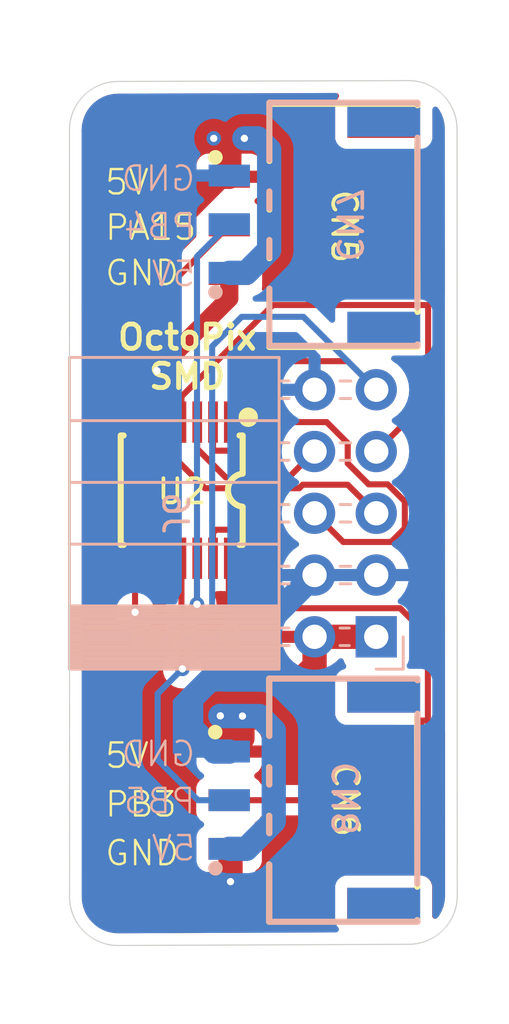
<source format=kicad_pcb>
(kicad_pcb (version 20240108) (generator "pcbnew") (generator_version "8.0")
  (layers (0 "F.Cu" signal) (31 "B.Cu" signal) (34 "B.Paste" user) (35 "F.Paste" user) (36 "B.SilkS" user "B.Silkscreen") (37 "F.SilkS" user "F.Silkscreen") (38 "B.Mask" user) (39 "F.Mask" user) (44 "Edge.Cuts" user))
  (net 0 "")
  (net 1 "GND")
  (net 2 "PB4")
  (net 3 "+5V")
  (net 4 "PA15")
  (net 5 "PB3")
  (net 6 "PB5")
  (net 7 "PB3_{5V}")
  (net 8 "PB4_{5V}")
  (net 9 "PB5_{5V}")
  (net 10 "PA15_{5V}")
  (net 11 "+3V3")
  (footprint "easyeda:TSSOP-14_L5.0-W4.4-P0.65-LS6.4-BL" (layer "F.Cu") (at 89.46 48.33 180)
    (property "Reference" "U2" (at -0.02 -0.05 180) (layer "F.SilkS"))
    (property "Value" "TXS0104EPWR")
    (fp_line (start 2.5 2.25) (end 2.38 2.25) (stroke (width 0.25)) (layer "F.SilkS"))
    (fp_line (start 2.5 -2.25) (end 2.5 2.25) (stroke (width 0.25)) (layer "F.SilkS"))
    (fp_line (start 2.38 -2.25) (end 2.5 -2.25) (stroke (width 0.25)) (layer "F.SilkS"))
    (fp_line (start -2.39 2.25) (end -2.5 2.25) (stroke (width 0.25)) (layer "F.SilkS"))
    (fp_line (start -2.5 -2.25) (end -2.39 -2.25) (stroke (width 0.25)) (layer "F.SilkS"))
    (fp_line (start -2.52 1.6) (end -2.52 2.25) (stroke (width 0.25)) (layer "F.SilkS"))
    (fp_line (start -2.52 1.6) (end -2.52 0.68) (stroke (width 0.25)) (layer "F.SilkS"))
    (fp_line (start -2.52 -0.69) (end -2.52 -1.6) (stroke (width 0.25)) (layer "F.SilkS"))
    (fp_line (start -2.52 -1.6) (end -2.52 -2.25) (stroke (width 0.25)) (layer "F.SilkS"))
    (fp_arc (start -2.515488 -0.679454) (mid -1.915314 0.002272) (end -2.52 0.68) (stroke (width 0.25)) (layer "F.SilkS"))
    (fp_circle (center -2.75 3) (end -2.55 3) (stroke (width 0.4)) (fill none) (layer "F.SilkS"))
    (pad "1" smd rect (at -1.95 2.8 180) (size 0.4 1.7) (layers "F.Cu" "F.Paste" "F.Mask") (net 11 "+3V3"))
    (pad "2" smd rect (at -1.3 2.8 180) (size 0.4 1.7) (layers "F.Cu" "F.Paste" "F.Mask") (net 5 "PB3"))
    (pad "3" smd rect (at -0.65 2.8 180) (size 0.4 1.7) (layers "F.Cu" "F.Paste" "F.Mask") (net 2 "PB4"))
    (pad "4" smd rect (at 0 2.8 180) (size 0.4 1.7) (layers "F.Cu" "F.Paste" "F.Mask") (net 6 "PB5"))
    (pad "5" smd rect (at 0.65 2.8 180) (size 0.4 1.7) (layers "F.Cu" "F.Paste" "F.Mask") (net 4 "PA15"))
    (pad "6" smd rect (at 1.3 2.8 180) (size 0.4 1.7) (layers "F.Cu" "F.Paste" "F.Mask"))
    (pad "7" smd rect (at 1.95 2.8 180) (size 0.4 1.7) (layers "F.Cu" "F.Paste" "F.Mask") (net 1 "GND"))
    (pad "8" smd rect (at 1.95 -2.8 180) (size 0.4 1.7) (layers "F.Cu" "F.Paste" "F.Mask") (net 11 "+3V3"))
    (pad "9" smd rect (at 1.3 -2.8 180) (size 0.4 1.7) (layers "F.Cu" "F.Paste" "F.Mask"))
    (pad "10" smd rect (at 0.65 -2.8 180) (size 0.4 1.7) (layers "F.Cu" "F.Paste" "F.Mask") (net 10 "PA15_{5V}"))
    (pad "11" smd rect (at 0 -2.8 180) (size 0.4 1.7) (layers "F.Cu" "F.Paste" "F.Mask") (net 9 "PB5_{5V}"))
    (pad "12" smd rect (at -0.65 -2.8 180) (size 0.4 1.7) (layers "F.Cu" "F.Paste" "F.Mask") (net 8 "PB4_{5V}"))
    (pad "13" smd rect (at -1.3 -2.8 180) (size 0.4 1.7) (layers "F.Cu" "F.Paste" "F.Mask") (net 7 "PB3_{5V}"))
    (pad "14" smd rect (at -1.95 -2.8 180) (size 0.4 1.7) (layers "F.Cu" "F.Paste" "F.Mask") (net 3 "+5V"))
  )
  (footprint "easyeda:CONN-TH_PH-3PWB" (layer "F.Cu") (at 94.61 37.44 -90)
    (property "Reference" "CN5" (at 0.04 -1.55 -90) (layer "F.SilkS"))
    (property "Value" "PH2.0-3PWB Horizontal")
    (fp_line (start -5 1.53) (end -5 -4.57) (stroke (width 0.25)) (layer "F.SilkS"))
    (fp_line (start -2.65 1.53) (end -5 1.53) (stroke (width 0.25)) (layer "F.SilkS"))
    (fp_line (start -0.65 1.53) (end -1.36 1.53) (stroke (width 0.25)) (layer "F.SilkS"))
    (fp_line (start 1.35 1.53) (end 0.64 1.53) (stroke (width 0.25)) (layer "F.SilkS"))
    (fp_line (start 5 1.53) (end 2.64 1.53) (stroke (width 0.25)) (layer "F.SilkS"))
    (fp_line (start -3.43 -4.56) (end 3.56 -4.57) (stroke (width 0.25)) (layer "F.SilkS"))
    (fp_line (start -5 -4.57) (end -4.94 -4.57) (stroke (width 0.25)) (layer "F.SilkS"))
    (fp_line (start 4.93 -4.57) (end 5 -4.57) (stroke (width 0.25)) (layer "F.SilkS"))
    (fp_line (start 5 -4.57) (end 5 1.53) (stroke (width 0.25)) (layer "F.SilkS"))
    (fp_circle (center -2.8 3.75) (end -2.65 3.75) (stroke (width 0.3)) (fill none) (layer "F.SilkS"))
    (pad "0" smd rect (at -4.25 -3.18 270) (size 1.3 3) (layers "F.Cu" "F.Paste" "F.Mask"))
    (pad "0" smd rect (at 4.25 -3.18 270) (size 1.3 3) (layers "F.Cu" "F.Paste" "F.Mask"))
    (pad "1" smd rect (at -2 3.18 270) (size 0.9 1.7) (layers "F.Cu" "F.Paste" "F.Mask") (net 3 "+5V"))
    (pad "2" smd rect (at 0 3.18 270) (size 0.9 1.7) (layers "F.Cu" "F.Paste" "F.Mask") (net 10 "PA15_{5V}"))
    (pad "3" smd rect (at 2 3.18 270) (size 0.9 1.7) (layers "F.Cu" "F.Paste" "F.Mask") (net 1 "GND"))
  )
  (footprint "easyeda:CONN-TH_PH-3PWB" (layer "F.Cu") (at 94.6 61.08 -90)
    (property "Reference" "CN6" (at 0 -1.63 -90) (layer "F.SilkS"))
    (property "Value" "PH2.0-3PWB Horizontal")
    (fp_line (start -5 1.53) (end -5 -4.57) (stroke (width 0.25)) (layer "F.SilkS"))
    (fp_line (start -2.65 1.53) (end -5 1.53) (stroke (width 0.25)) (layer "F.SilkS"))
    (fp_line (start -0.65 1.53) (end -1.36 1.53) (stroke (width 0.25)) (layer "F.SilkS"))
    (fp_line (start 1.35 1.53) (end 0.64 1.53) (stroke (width 0.25)) (layer "F.SilkS"))
    (fp_line (start 5 1.53) (end 2.64 1.53) (stroke (width 0.25)) (layer "F.SilkS"))
    (fp_line (start -3.43 -4.56) (end 3.56 -4.57) (stroke (width 0.25)) (layer "F.SilkS"))
    (fp_line (start -5 -4.57) (end -4.94 -4.57) (stroke (width 0.25)) (layer "F.SilkS"))
    (fp_line (start 4.93 -4.57) (end 5 -4.57) (stroke (width 0.25)) (layer "F.SilkS"))
    (fp_line (start 5 -4.57) (end 5 1.53) (stroke (width 0.25)) (layer "F.SilkS"))
    (fp_circle (center -2.8 3.75) (end -2.65 3.75) (stroke (width 0.3)) (fill none) (layer "F.SilkS"))
    (pad "0" smd rect (at -4.25 -3.18 270) (size 1.3 3) (layers "F.Cu" "F.Paste" "F.Mask"))
    (pad "0" smd rect (at 4.25 -3.18 270) (size 1.3 3) (layers "F.Cu" "F.Paste" "F.Mask"))
    (pad "1" smd rect (at -2 3.18 270) (size 0.9 1.7) (layers "F.Cu" "F.Paste" "F.Mask") (net 3 "+5V"))
    (pad "2" smd rect (at 0 3.18 270) (size 0.9 1.7) (layers "F.Cu" "F.Paste" "F.Mask") (net 7 "PB3_{5V}"))
    (pad "3" smd rect (at 2 3.18 270) (size 0.9 1.7) (layers "F.Cu" "F.Paste" "F.Mask") (net 1 "GND"))
  )
  (footprint "easyeda:CONN-TH_PH-3PWB" (layer "B.Cu") (at 94.61 37.39 90)
    (property "Reference" "CN7" (at -0.03 1.75 -90) (layer "B.SilkS") (effects (justify mirror)))
    (property "Value" "PH2.0-3PWB Horizontal")
    (fp_line (start 5 -1.53) (end 5 4.57) (stroke (width 0.25)) (layer "B.SilkS"))
    (fp_line (start 2.64 -1.53) (end 5 -1.53) (stroke (width 0.25)) (layer "B.SilkS"))
    (fp_line (start 0.64 -1.53) (end 1.35 -1.53) (stroke (width 0.25)) (layer "B.SilkS"))
    (fp_line (start -1.36 -1.53) (end -0.65 -1.53) (stroke (width 0.25)) (layer "B.SilkS"))
    (fp_line (start -5 -1.53) (end -2.65 -1.53) (stroke (width 0.25)) (layer "B.SilkS"))
    (fp_line (start 5 4.57) (end 4.93 4.57) (stroke (width 0.25)) (layer "B.SilkS"))
    (fp_line (start 3.56 4.57) (end -3.43 4.56) (stroke (width 0.25)) (layer "B.SilkS"))
    (fp_line (start -4.94 4.57) (end -5 4.57) (stroke (width 0.25)) (layer "B.SilkS"))
    (fp_line (start -5 4.57) (end -5 -1.53) (stroke (width 0.25)) (layer "B.SilkS"))
    (fp_circle (center -2.8 -3.75) (end -2.65 -3.75) (stroke (width 0.3)) (fill none) (layer "B.SilkS"))
    (pad "0" smd rect (at -4.25 3.18 90) (size 1.3 3) (layers "B.Cu" "B.Paste" "B.Mask"))
    (pad "0" smd rect (at 4.25 3.18 90) (size 1.3 3) (layers "B.Cu" "B.Paste" "B.Mask"))
    (pad "1" smd rect (at -2 -3.18 90) (size 0.9 1.7) (layers "B.Cu" "B.Paste" "B.Mask") (net 3 "+5V"))
    (pad "2" smd rect (at 0 -3.18 90) (size 0.9 1.7) (layers "B.Cu" "B.Paste" "B.Mask") (net 8 "PB4_{5V}"))
    (pad "3" smd rect (at 2 -3.18 90) (size 0.9 1.7) (layers "B.Cu" "B.Paste" "B.Mask") (net 1 "GND"))
  )
  (footprint "easyeda:CONN-TH_PH-3PWB" (layer "B.Cu") (at 94.61 61.08 90)
    (property "Reference" "CN8" (at 0.08 1.64 90) (layer "B.SilkS") (effects (justify mirror)))
    (property "Value" "PH2.0-3PWB Horizontal")
    (fp_line (start 5 -1.53) (end 5 4.57) (stroke (width 0.25)) (layer "B.SilkS"))
    (fp_line (start 2.64 -1.53) (end 5 -1.53) (stroke (width 0.25)) (layer "B.SilkS"))
    (fp_line (start 0.64 -1.53) (end 1.35 -1.53) (stroke (width 0.25)) (layer "B.SilkS"))
    (fp_line (start -1.36 -1.53) (end -0.65 -1.53) (stroke (width 0.25)) (layer "B.SilkS"))
    (fp_line (start -5 -1.53) (end -2.65 -1.53) (stroke (width 0.25)) (layer "B.SilkS"))
    (fp_line (start 5 4.57) (end 4.93 4.57) (stroke (width 0.25)) (layer "B.SilkS"))
    (fp_line (start 3.56 4.57) (end -3.43 4.56) (stroke (width 0.25)) (layer "B.SilkS"))
    (fp_line (start -4.94 4.57) (end -5 4.57) (stroke (width 0.25)) (layer "B.SilkS"))
    (fp_line (start -5 4.57) (end -5 -1.53) (stroke (width 0.25)) (layer "B.SilkS"))
    (fp_circle (center -2.8 -3.75) (end -2.65 -3.75) (stroke (width 0.3)) (fill none) (layer "B.SilkS"))
    (pad "0" smd rect (at -4.25 3.18 90) (size 1.3 3) (layers "B.Cu" "B.Paste" "B.Mask"))
    (pad "0" smd rect (at 4.25 3.18 90) (size 1.3 3) (layers "B.Cu" "B.Paste" "B.Mask"))
    (pad "1" smd rect (at -2 -3.18 90) (size 0.9 1.7) (layers "B.Cu" "B.Paste" "B.Mask") (net 3 "+5V"))
    (pad "2" smd rect (at 0 -3.18 90) (size 0.9 1.7) (layers "B.Cu" "B.Paste" "B.Mask") (net 9 "PB5_{5V}"))
    (pad "3" smd rect (at 2 -3.18 90) (size 0.9 1.7) (layers "B.Cu" "B.Paste" "B.Mask") (net 1 "GND"))
  )
  (footprint "Connector_PinSocket_2.54mm:PinSocket_2x05_P2.54mm_Horizontal" (layer "B.Cu") (at 97.48 54.36)
    (property "Reference" "J6" (at -8.28 -5.08 -90) (layer "B.SilkS") (effects (justify mirror)))
    (property "Value" "Octopus SPI3")
    (fp_line (start -12.63 -11.49) (end -12.63 1.33) (stroke (width 0.12)) (layer "B.SilkS"))
    (fp_line (start -4 -11.49) (end -12.63 -11.49) (stroke (width 0.12)) (layer "B.SilkS"))
    (fp_line (start -4 -11.49) (end -4 1.33) (stroke (width 0.12)) (layer "B.SilkS"))
    (fp_line (start -4 -8.89) (end -12.63 -8.89) (stroke (width 0.12)) (layer "B.SilkS"))
    (fp_line (start -4 -6.35) (end -12.63 -6.35) (stroke (width 0.12)) (layer "B.SilkS"))
    (fp_line (start -4 -3.81) (end -12.63 -3.81) (stroke (width 0.12)) (layer "B.SilkS"))
    (fp_line (start -4 -1.27) (end -12.63 -1.27) (stroke (width 0.12)) (layer "B.SilkS"))
    (fp_line (start -4 -1.1519) (end -12.63 -1.1519) (stroke (width 0.12)) (layer "B.SilkS"))
    (fp_line (start -4 -1.033805) (end -12.63 -1.033805) (stroke (width 0.12)) (layer "B.SilkS"))
    (fp_line (start -4 -0.91571) (end -12.63 -0.91571) (stroke (width 0.12)) (layer "B.SilkS"))
    (fp_line (start -4 -0.797615) (end -12.63 -0.797615) (stroke (width 0.12)) (layer "B.SilkS"))
    (fp_line (start -4 -0.67952) (end -12.63 -0.67952) (stroke (width 0.12)) (layer "B.SilkS"))
    (fp_line (start -4 -0.561425) (end -12.63 -0.561425) (stroke (width 0.12)) (layer "B.SilkS"))
    (fp_line (start -4 -0.44333) (end -12.63 -0.44333) (stroke (width 0.12)) (layer "B.SilkS"))
    (fp_line (start -4 -0.325235) (end -12.63 -0.325235) (stroke (width 0.12)) (layer "B.SilkS"))
    (fp_line (start -4 -0.20714) (end -12.63 -0.20714) (stroke (width 0.12)) (layer "B.SilkS"))
    (fp_line (start -4 -0.089045) (end -12.63 -0.089045) (stroke (width 0.12)) (layer "B.SilkS"))
    (fp_line (start -4 0.02905) (end -12.63 0.02905) (stroke (width 0.12)) (layer "B.SilkS"))
    (fp_line (start -4 0.147145) (end -12.63 0.147145) (stroke (width 0.12)) (layer "B.SilkS"))
    (fp_line (start -4 0.26524) (end -12.63 0.26524) (stroke (width 0.12)) (layer "B.SilkS"))
    (fp_line (start -4 0.383335) (end -12.63 0.383335) (stroke (width 0.12)) (layer "B.SilkS"))
    (fp_line (start -4 0.50143) (end -12.63 0.50143) (stroke (width 0.12)) (layer "B.SilkS"))
    (fp_line (start -4 0.619525) (end -12.63 0.619525) (stroke (width 0.12)) (layer "B.SilkS"))
    (fp_line (start -4 0.73762) (end -12.63 0.73762) (stroke (width 0.12)) (layer "B.SilkS"))
    (fp_line (start -4 0.855715) (end -12.63 0.855715) (stroke (width 0.12)) (layer "B.SilkS"))
    (fp_line (start -4 0.97381) (end -12.63 0.97381) (stroke (width 0.12)) (layer "B.SilkS"))
    (fp_line (start -4 1.091905) (end -12.63 1.091905) (stroke (width 0.12)) (layer "B.SilkS"))
    (fp_line (start -4 1.21) (end -12.63 1.21) (stroke (width 0.12)) (layer "B.SilkS"))
    (fp_line (start -4 1.33) (end -12.63 1.33) (stroke (width 0.12)) (layer "B.SilkS"))
    (fp_line (start -3.59 -10.52) (end -4 -10.52) (stroke (width 0.12)) (layer "B.SilkS"))
    (fp_line (start -3.59 -9.8) (end -4 -9.8) (stroke (width 0.12)) (layer "B.SilkS"))
    (fp_line (start -3.59 -7.98) (end -4 -7.98) (stroke (width 0.12)) (layer "B.SilkS"))
    (fp_line (start -3.59 -7.26) (end -4 -7.26) (stroke (width 0.12)) (layer "B.SilkS"))
    (fp_line (start -3.59 -5.44) (end -4 -5.44) (stroke (width 0.12)) (layer "B.SilkS"))
    (fp_line (start -3.59 -4.72) (end -4 -4.72) (stroke (width 0.12)) (layer "B.SilkS"))
    (fp_line (start -3.59 -2.9) (end -4 -2.9) (stroke (width 0.12)) (layer "B.SilkS"))
    (fp_line (start -3.59 -2.18) (end -4 -2.18) (stroke (width 0.12)) (layer "B.SilkS"))
    (fp_line (start -3.59 -0.36) (end -4 -0.36) (stroke (width 0.12)) (layer "B.SilkS"))
    (fp_line (start -3.59 0.36) (end -4 0.36) (stroke (width 0.12)) (layer "B.SilkS"))
    (fp_line (start -1.11 -0.36) (end -1.49 -0.36) (stroke (width 0.12)) (layer "B.SilkS"))
    (fp_line (start -1.11 0.36) (end -1.49 0.36) (stroke (width 0.12)) (layer "B.SilkS"))
    (fp_line (start -1.05 -10.52) (end -1.49 -10.52) (stroke (width 0.12)) (layer "B.SilkS"))
    (fp_line (start -1.05 -9.8) (end -1.49 -9.8) (stroke (width 0.12)) (layer "B.SilkS"))
    (fp_line (start -1.05 -7.98) (end -1.49 -7.98) (stroke (width 0.12)) (layer "B.SilkS"))
    (fp_line (start -1.05 -7.26) (end -1.49 -7.26) (stroke (width 0.12)) (layer "B.SilkS"))
    (fp_line (start -1.05 -5.44) (end -1.49 -5.44) (stroke (width 0.12)) (layer "B.SilkS"))
    (fp_line (start -1.05 -4.72) (end -1.49 -4.72) (stroke (width 0.12)) (layer "B.SilkS"))
    (fp_line (start -1.05 -2.9) (end -1.49 -2.9) (stroke (width 0.12)) (layer "B.SilkS"))
    (fp_line (start -1.05 -2.18) (end -1.49 -2.18) (stroke (width 0.12)) (layer "B.SilkS"))
    (fp_line (start 1.11 0) (end 1.11 1.33) (stroke (width 0.12)) (layer "B.SilkS"))
    (fp_line (start 1.11 1.33) (end 0 1.33) (stroke (width 0.12)) (layer "B.SilkS"))
    (pad "1" thru_hole rect (at 0 0) (size 1.7 1.7) (drill 1) (layers "*.Cu" "*.Mask") (net 3 "+5V"))
    (pad "2" thru_hole oval (at -2.54 0) (size 1.7 1.7) (drill 1) (layers "*.Cu" "*.Mask") (net 3 "+5V"))
    (pad "3" thru_hole oval (at 0 -2.54) (size 1.7 1.7) (drill 1) (layers "*.Cu" "*.Mask") (net 1 "GND"))
    (pad "4" thru_hole oval (at -2.54 -2.54) (size 1.7 1.7) (drill 1) (layers "*.Cu" "*.Mask") (net 1 "GND"))
    (pad "5" thru_hole oval (at 0 -5.08) (size 1.7 1.7) (drill 1) (layers "*.Cu" "*.Mask") (net 4 "PA15"))
    (pad "6" thru_hole oval (at -2.54 -5.08) (size 1.7 1.7) (drill 1) (layers "*.Cu" "*.Mask") (net 5 "PB3"))
    (pad "7" thru_hole oval (at 0 -7.62) (size 1.7 1.7) (drill 1) (layers "*.Cu" "*.Mask") (net 6 "PB5"))
    (pad "8" thru_hole oval (at -2.54 -7.62) (size 1.7 1.7) (drill 1) (layers "*.Cu" "*.Mask") (net 2 "PB4"))
    (pad "9" thru_hole oval (at 0 -10.16) (size 1.7 1.7) (drill 1) (layers "*.Cu" "*.Mask") (net 11 "+3V3"))
    (pad "10" thru_hole oval (at -2.54 -10.16) (size 1.7 1.7) (drill 1) (layers "*.Cu" "*.Mask") (net 1 "GND"))
  )
  (gr_line (start 100.805782 33.484218) (end 100.815782 65.00579) (stroke (width 0.05)) (layer "Edge.Cuts"))
  (gr_arc (start 86.854214 67.055786) (mid 85.44 66.47) (end 84.854214 65.055786) (stroke (width 0.05)) (layer "Edge.Cuts"))
  (gr_arc (start 100.815782 65.00579) (mid 100.23 66.420008) (end 98.815782 67.00579) (stroke (width 0.05)) (layer "Edge.Cuts"))
  (gr_arc (start 98.805782 31.484218) (mid 100.22 32.07) (end 100.805782 33.484218) (stroke (width 0.05)) (layer "Edge.Cuts"))
  (gr_line (start 84.854214 65.055786) (end 84.85 33.52) (stroke (width 0.05)) (layer "Edge.Cuts"))
  (gr_line (start 86.85 31.52) (end 98.805782 31.484218) (stroke (width 0.05)) (layer "Edge.Cuts"))
  (gr_arc (start 84.85 33.52) (mid 85.435786 32.105786) (end 86.85 31.52) (stroke (width 0.05)) (layer "Edge.Cuts"))
  (gr_line (start 98.815782 67.00579) (end 86.854214 67.055786) (stroke (width 0.05)) (layer "Edge.Cuts"))
  (gr_text "PB4" (at 90.1 38.06 0) (layer "B.SilkS") (effects (font (size 1 1) (thickness 0.1)) (justify left bottom mirror)))
  (gr_text "GND" (at 90.1 59.76 0) (layer "B.SilkS") (effects (font (size 1 1) (thickness 0.1)) (justify left bottom mirror)))
  (gr_text "PB5" (at 90.1 61.7 0) (layer "B.SilkS") (effects (font (size 1 1) (thickness 0.1)) (justify left bottom mirror)))
  (gr_text "GND" (at 90.1 36.1 0) (layer "B.SilkS") (effects (font (size 1 1) (thickness 0.1)) (justify left bottom mirror)))
  (gr_text "5V" (at 90.1 40.02 0) (layer "B.SilkS") (effects (font (size 1 1) (thickness 0.1)) (justify left bottom mirror)))
  (gr_text "5V" (at 90.1 63.64 0) (layer "B.SilkS") (effects (font (size 1 1) (thickness 0.1)) (justify left bottom mirror)))
  (gr_text "PB3" (at 86.25 61.835 0) (layer "F.SilkS") (effects (font (size 1 1) (thickness 0.1)) (justify left bottom)))
  (gr_text "OctoPix\nSMD" (at 89.7 44.24 0) (layer "F.SilkS") (effects (font (size 1 1) (thickness 0.2) (bold yes)) (justify bottom)))
  (gr_text "GND" (at 86.25 63.84 -0) (layer "F.SilkS") (effects (font (size 1 1) (thickness 0.1)) (justify left bottom)))
  (gr_text "PA15" (at 86.25 38.115 -0) (layer "F.SilkS") (effects (font (size 1 1) (thickness 0.1)) (justify left bottom)))
  (gr_text "5V" (at 86.25 36.25 -0) (layer "F.SilkS") (effects (font (size 1 1) (thickness 0.1)) (justify left bottom)))
  (gr_text "rev1.0" (at 87.190476 54.92 0) (layer "F.SilkS") (effects (font (size 1 1) (thickness 0.2) (bold yes)) (justify left bottom)))
  (gr_text "5V" (at 86.25 59.83 -0) (layer "F.SilkS") (effects (font (size 1 1) (thickness 0.1)) (justify left bottom)))
  (gr_text "GND" (at 86.25 39.98 -0) (layer "F.SilkS") (effects (font (size 1 1) (thickness 0.1)) (justify left bottom)))
  (segment (start 87.51 45.53) (end 87.51 44.36) (width 0.25) (layer "F.Cu") (net 1))
  (segment (start 91.48 63.14) (end 91.42 63.08) (width 1) (layer "F.Cu") (net 1))
  (segment (start 91.43 40.44) (end 88.45 43.42) (width 0.75) (layer "F.Cu") (net 1))
  (segment (start 91.43 39.44) (end 91.43 40.44) (width 0.75) (layer "F.Cu") (net 1))
  (segment (start 91.48 64.43) (end 91.48 63.14) (width 1) (layer "F.Cu") (net 1))
  (segment (start 87.51 44.36) (end 88.45 43.42) (width 0.25) (layer "F.Cu") (net 1))
  (via (at 88.45 43.42) (size 0.6) (drill 0.3) (layers "F.Cu" "B.Cu") (net 1))
  (via (at 91.48 64.43) (size 0.6) (drill 0.3) (layers "F.Cu" "B.Cu") (net 1))
  (segment (start 89.86 56.9) (end 94.94 51.82) (width 1) (layer "B.Cu") (net 1))
  (segment (start 90.832944 59.08) (end 89.86 58.107056) (width 1) (layer "B.Cu") (net 1))
  (segment (start 89.86 58.107056) (end 89.86 56.9) (width 1) (layer "B.Cu") (net 1))
  (segment (start 91.43 59.08) (end 90.832944 59.08) (width 1) (layer "B.Cu") (net 1))
  (segment (start 93.88 47.8) (end 91.28 47.8) (width 0.25) (layer "F.Cu") (net 2))
  (segment (start 90.11 46.63) (end 90.11 45.53) (width 0.25) (layer "F.Cu") (net 2))
  (segment (start 91.28 47.8) (end 90.11 46.63) (width 0.25) (layer "F.Cu") (net 2))
  (segment (start 94.94 46.74) (end 93.88 47.8) (width 0.25) (layer "F.Cu") (net 2))
  (segment (start 91.43 35.44) (end 91.43 34.5) (width 1) (layer "F.Cu") (net 3))
  (segment (start 85.852725 53.912725) (end 85.852687 53.629973) (width 1) (layer "F.Cu") (net 3))
  (segment (start 91.41 51.13) (end 91.41 53.19) (width 0.25) (layer "F.Cu") (net 3))
  (segment (start 85.852687 53.629973) (end 85.852686 53.61998) (width 1) (layer "F.Cu") (net 3))
  (segment (start 91.97 57.62) (end 91.97 58.53) (width 1) (layer "F.Cu") (net 3))
  (segment (start 91.42 59.08) (end 91.42 57.97) (width 1) (layer "F.Cu") (net 3))
  (segment (start 85.852686 53.61998) (end 85.852686 40.617314) (width 1) (layer "F.Cu") (net 3))
  (segment (start 90.79 33.86) (end 92.05 33.86) (width 1) (layer "F.Cu") (net 3))
  (segment (start 91.06 57.61) (end 89.55 57.61) (width 1) (layer "F.Cu") (net 3))
  (segment (start 89.55 57.61) (end 85.852725 53.912725) (width 1) (layer "F.Cu") (net 3))
  (segment (start 92.58 54.36) (end 94.94 54.36) (width 0.25) (layer "F.Cu") (net 3))
  (segment (start 94.94 54.36) (end 94.94 55.56) (width 1) (layer "F.Cu") (net 3))
  (segment (start 92.88 57.62) (end 91.97 57.62) (width 1) (layer "F.Cu") (net 3))
  (segment (start 85.852686 40.617314) (end 91.03 35.44) (width 1) (layer "F.Cu") (net 3))
  (segment (start 91.03 35.44) (end 91.43 35.44) (width 1) (layer "F.Cu") (net 3))
  (segment (start 91.43 34.5) (end 90.79 33.86) (width 1) (layer "F.Cu") (net 3))
  (segment (start 91.42 57.97) (end 91.06 57.61) (width 1) (layer "F.Cu") (net 3))
  (segment (start 91.41 53.19) (end 92.58 54.36) (width 0.25) (layer "F.Cu") (net 3))
  (segment (start 97.48 54.36) (end 94.94 54.36) (width 1) (layer "F.Cu") (net 3))
  (segment (start 91.97 58.53) (end 91.42 59.08) (width 1) (layer "F.Cu") (net 3))
  (segment (start 94.94 55.56) (end 92.88 57.62) (width 1) (layer "F.Cu") (net 3))
  (via (at 92.05 33.86) (size 0.6) (drill 0.3) (layers "F.Cu" "B.Cu") (net 3))
  (via (at 90.79 33.86) (size 0.6) (drill 0.3) (layers "F.Cu" "B.Cu") (net 3))
  (via (at 91.97 57.62) (size 0.6) (drill 0.3) (layers "F.Cu" "B.Cu") (net 3))
  (via (at 91.06 57.61) (size 0.6) (drill 0.3) (layers "F.Cu" "B.Cu") (net 3))
  (segment (start 93.07 38.45) (end 92.13 39.39) (width 1) (layer "B.Cu") (net 3))
  (segment (start 92.67 57.62) (end 93.26 58.21) (width 1) (layer "B.Cu") (net 3))
  (segment (start 92.13 39.39) (end 91.43 39.39) (width 1) (layer "B.Cu") (net 3))
  (segment (start 91.07 57.62) (end 91.06 57.61) (width 1) (layer "B.Cu") (net 3))
  (segment (start 93.26 61.95) (end 92.13 63.08) (width 1) (layer "B.Cu") (net 3))
  (segment (start 93.26 58.21) (end 93.26 61.95) (width 1) (layer "B.Cu") (net 3))
  (segment (start 92.6 33.86) (end 93.07 34.33) (width 1) (layer "B.Cu") (net 3))
  (segment (start 92.13 63.08) (end 91.43 63.08) (width 1) (layer "B.Cu") (net 3))
  (segment (start 91.97 57.62) (end 91.07 57.62) (width 1) (layer "B.Cu") (net 3))
  (segment (start 92.05 33.86) (end 92.6 33.86) (width 1) (layer "B.Cu") (net 3))
  (segment (start 93.07 34.33) (end 93.07 38.45) (width 1) (layer "B.Cu") (net 3))
  (segment (start 91.97 57.62) (end 92.67 57.62) (width 1) (layer "B.Cu") (net 3))
  (segment (start 96.305 48.105) (end 97.48 49.28) (width 0.25) (layer "F.Cu") (net 4))
  (segment (start 88.81 45.53) (end 88.81 46.63) (width 0.25) (layer "F.Cu") (net 4))
  (segment (start 94.308299 48.25) (end 94.453299 48.105) (width 0.25) (layer "F.Cu") (net 4))
  (segment (start 90.43 48.25) (end 94.308299 48.25) (width 0.25) (layer "F.Cu") (net 4))
  (segment (start 88.81 46.63) (end 90.43 48.25) (width 0.25) (layer "F.Cu") (net 4))
  (segment (start 94.453299 48.105) (end 96.305 48.105) (width 0.25) (layer "F.Cu") (net 4))
  (segment (start 97.951701 48.09) (end 98.655 48.793299) (width 0.25) (layer "F.Cu") (net 5))
  (segment (start 96.305 46.395) (end 96.305 47.226701) (width 0.25) (layer "F.Cu") (net 5))
  (segment (start 90.76 46.63) (end 90.835 46.705) (width 0.25) (layer "F.Cu") (net 5))
  (segment (start 96.305 47.226701) (end 97.168299 48.09) (width 0.25) (layer "F.Cu") (net 5))
  (segment (start 96.12 50.46) (end 94.94 49.28) (width 0.25) (layer "F.Cu") (net 5))
  (segment (start 93.11 45.53) (end 95.44 45.53) (width 0.25) (layer "F.Cu") (net 5))
  (segment (start 98.09 50.46) (end 96.12 50.46) (width 0.25) (layer "F.Cu") (net 5))
  (segment (start 90.76 45.53) (end 90.76 46.63) (width 0.25) (layer "F.Cu") (net 5))
  (segment (start 90.835 46.705) (end 91.935 46.705) (width 0.25) (layer "F.Cu") (net 5))
  (segment (start 97.168299 48.09) (end 97.951701 48.09) (width 0.25) (layer "F.Cu") (net 5))
  (segment (start 95.44 45.53) (end 96.305 46.395) (width 0.25) (layer "F.Cu") (net 5))
  (segment (start 98.655 49.895) (end 98.09 50.46) (width 0.25) (layer "F.Cu") (net 5))
  (segment (start 91.935 46.705) (end 93.11 45.53) (width 0.25) (layer "F.Cu") (net 5))
  (segment (start 98.655 48.793299) (end 98.655 49.895) (width 0.25) (layer "F.Cu") (net 5))
  (segment (start 99.615 40.765) (end 99.565 40.715) (width 0.25) (layer "F.Cu") (net 6))
  (segment (start 99.615 44.605) (end 99.615 40.765) (width 0.25) (layer "F.Cu") (net 6))
  (segment (start 89.46 44.48) (end 89.46 45.53) (width 0.25) (layer "F.Cu") (net 6))
  (segment (start 97.48 46.74) (end 99.615 44.605) (width 0.25) (layer "F.Cu") (net 6))
  (segment (start 99.565 40.715) (end 93.225 40.715) (width 0.25) (layer "F.Cu") (net 6))
  (segment (start 93.225 40.715) (end 89.46 44.48) (width 0.25) (layer "F.Cu") (net 6))
  (segment (start 91.935 49.955) (end 91.935 52.305) (width 0.25) (layer "F.Cu") (net 7))
  (segment (start 90.76 50.08) (end 90.885 49.955) (width 0.25) (layer "F.Cu") (net 7))
  (segment (start 99.32 57.805) (end 99.32 58.04) (width 0.25) (layer "F.Cu") (net 7))
  (segment (start 90.885 49.955) (end 91.935 49.955) (width 0.25) (layer "F.Cu") (net 7))
  (segment (start 92.815 53.185) (end 98.465 53.185) (width 0.25) (layer "F.Cu") (net 7))
  (segment (start 99.605 57.805) (end 99.32 57.805) (width 0.25) (layer "F.Cu") (net 7))
  (segment (start 99.32 58.04) (end 96.28 61.08) (width 0.25) (layer "F.Cu") (net 7))
  (segment (start 99.605 54.325) (end 99.605 57.805) (width 0.25) (layer "F.Cu") (net 7))
  (segment (start 90.76 51.13) (end 90.76 50.08) (width 0.25) (layer "F.Cu") (net 7))
  (segment (start 91.935 52.305) (end 92.815 53.185) (width 0.25) (layer "F.Cu") (net 7))
  (segment (start 96.28 61.08) (end 91.42 61.08) (width 0.25) (layer "F.Cu") (net 7))
  (segment (start 98.465 53.185) (end 99.605 54.325) (width 0.25) (layer "F.Cu") (net 7))
  (segment (start 90.1 53.02) (end 90.1 51.14) (width 0.25) (layer "F.Cu") (net 8))
  (segment (start 90.1 51.14) (end 90.11 51.13) (width 0.25) (layer "F.Cu") (net 8))
  (via (at 90.1 53.02) (size 0.6) (drill 0.3) (layers "F.Cu" "B.Cu") (net 8))
  (segment (start 90.1 38.72) (end 90.1 53.02) (width 0.25) (layer "B.Cu") (net 8))
  (segment (start 91.43 37.39) (end 90.1 38.72) (width 0.25) (layer "B.Cu") (net 8))
  (segment (start 89.5 55.68) (end 89.46 55.64) (width 0.25) (layer "F.Cu") (net 9))
  (segment (start 89.46 55.64) (end 89.46 51.13) (width 0.25) (layer "F.Cu") (net 9))
  (via (at 89.5 55.68) (size 0.6) (drill 0.3) (layers "F.Cu" "B.Cu") (net 9))
  (segment (start 89.5 55.68) (end 88.48 56.7) (width 0.25) (layer "B.Cu") (net 9))
  (segment (start 88.48 56.7) (end 88.48 59.42) (width 0.25) (layer "B.Cu") (net 9))
  (segment (start 88.48 59.42) (end 90.14 61.08) (width 0.25) (layer "B.Cu") (net 9))
  (segment (start 90.14 61.08) (end 91.43 61.08) (width 0.25) (layer "B.Cu") (net 9))
  (segment (start 86.87 47.21) (end 86.87 42) (width 0.25) (layer "F.Cu") (net 10))
  (segment (start 88.81 51.13) (end 88.81 49.15) (width 0.25) (layer "F.Cu") (net 10))
  (segment (start 88.81 49.15) (end 86.87 47.21) (width 0.25) (layer "F.Cu") (net 10))
  (segment (start 86.87 42) (end 91.43 37.44) (width 0.25) (layer "F.Cu") (net 10))
  (segment (start 97.48 44.2) (end 96.305 43.025) (width 0.25) (layer "F.Cu") (net 11))
  (segment (start 87.55 51.17) (end 87.51 51.13) (width 0.25) (layer "F.Cu") (net 11))
  (segment (start 87.55 53.35) (end 87.55 51.17) (width 0.25) (layer "F.Cu") (net 11))
  (segment (start 93.915 43.025) (end 91.41 45.53) (width 0.25) (layer "F.Cu") (net 11))
  (segment (start 96.305 43.025) (end 93.915 43.025) (width 0.25) (layer "F.Cu") (net 11))
  (via (at 87.55 53.35) (size 0.6) (drill 0.3) (layers "F.Cu" "B.Cu") (net 11))
  (segment (start 91.94 41.2) (end 90.725 42.415) (width 0.25) (layer "B.Cu") (net 11))
  (segment (start 97.48 44.2) (end 94.48 41.2) (width 0.25) (layer "B.Cu") (net 11))
  (segment (start 94.48 41.2) (end 91.94 41.2) (width 0.25) (layer "B.Cu") (net 11))
  (segment (start 90.725 42.415) (end 90.725 53.345) (width 0.25) (layer "B.Cu") (net 11))
  (segment (start 90.725 53.345) (end 90.425 53.645) (width 0.25) (layer "B.Cu") (net 11))
  (segment (start 90.425 53.645) (end 87.845 53.645) (width 0.25) (layer "B.Cu") (net 11))
  (segment (start 87.845 53.645) (end 87.55 53.35) (width 0.25) (layer "B.Cu") (net 11))
  (zone (net 3) (net_name "+5V") (layer "F.Cu") (priority 1) (connect_pads (clearance 0.5)) (min_thickness 0.25) (fill yes (thermal_gap 0.5) (thermal_bridge_width 0.5))
    (polygon (pts (xy 82.47 29.58) (xy 102.83 29.12) (xy 102.91 69.66) (xy 82.74 69.21)))
  )
  (zone (net 1) (net_name "GND") (layer "B.Cu") (connect_pads (clearance 0.5)) (min_thickness 0.25) (fill yes (thermal_gap 0.5) (thermal_bridge_width 0.5))
    (polygon (pts (xy 82.23 29.58) (xy 102.79 29.29) (xy 102.95 69.72) (xy 81.99 69.64)))
  )
)
</source>
